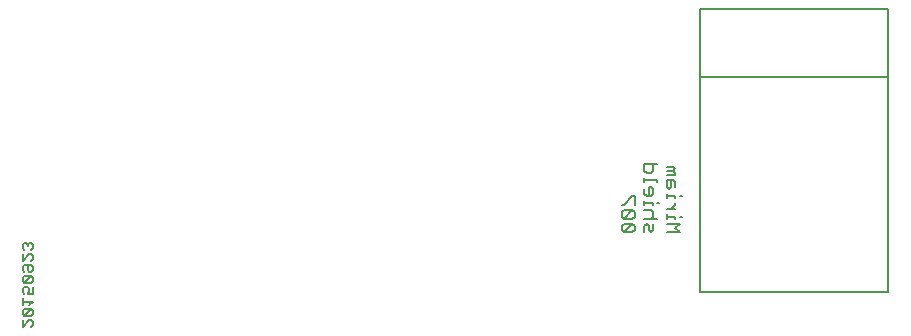
<source format=gbo>
G75*
%MOIN*%
%OFA0B0*%
%FSLAX25Y25*%
%IPPOS*%
%LPD*%
%AMOC8*
5,1,8,0,0,1.08239X$1,22.5*
%
%ADD10C,0.00800*%
%ADD11C,0.00600*%
%ADD12C,0.00500*%
D10*
X0258304Y0113262D02*
X0259005Y0112561D01*
X0261807Y0115364D01*
X0259005Y0115364D01*
X0258304Y0114663D01*
X0258304Y0113262D01*
X0259005Y0112561D02*
X0261807Y0112561D01*
X0262508Y0113262D01*
X0262508Y0114663D01*
X0261807Y0115364D01*
X0261807Y0117165D02*
X0259005Y0117165D01*
X0261807Y0119968D01*
X0259005Y0119968D01*
X0258304Y0119267D01*
X0258304Y0117866D01*
X0259005Y0117165D01*
X0261807Y0117165D02*
X0262508Y0117866D01*
X0262508Y0119267D01*
X0261807Y0119968D01*
X0262508Y0121769D02*
X0262508Y0124572D01*
X0261807Y0124572D01*
X0259005Y0121769D01*
X0258304Y0121769D01*
X0265804Y0121769D02*
X0265804Y0123170D01*
X0265804Y0122470D02*
X0268606Y0122470D01*
X0268606Y0121769D01*
X0270008Y0122470D02*
X0270708Y0122470D01*
X0273304Y0124071D02*
X0273304Y0125472D01*
X0273304Y0124772D02*
X0276106Y0124772D01*
X0276106Y0124071D01*
X0277508Y0124772D02*
X0278208Y0124772D01*
X0276106Y0122336D02*
X0276106Y0121636D01*
X0274705Y0120235D01*
X0273304Y0120235D02*
X0276106Y0120235D01*
X0276106Y0117866D02*
X0273304Y0117866D01*
X0273304Y0117165D02*
X0273304Y0118567D01*
X0276106Y0117866D02*
X0276106Y0117165D01*
X0277508Y0117866D02*
X0278208Y0117866D01*
X0277508Y0115364D02*
X0273304Y0115364D01*
X0276106Y0113963D02*
X0277508Y0115364D01*
X0276106Y0113963D02*
X0277508Y0112561D01*
X0273304Y0112561D01*
X0268606Y0113262D02*
X0268606Y0115364D01*
X0267205Y0114663D02*
X0267205Y0113262D01*
X0267906Y0112561D01*
X0268606Y0113262D01*
X0267205Y0114663D02*
X0266505Y0115364D01*
X0265804Y0114663D01*
X0265804Y0112561D01*
X0265804Y0117165D02*
X0270008Y0117165D01*
X0268606Y0117866D02*
X0268606Y0119267D01*
X0267906Y0119968D01*
X0265804Y0119968D01*
X0268606Y0117866D02*
X0267906Y0117165D01*
X0267906Y0124839D02*
X0266505Y0124839D01*
X0265804Y0125539D01*
X0265804Y0126940D01*
X0267205Y0127641D02*
X0267205Y0124839D01*
X0267906Y0124839D02*
X0268606Y0125539D01*
X0268606Y0126940D01*
X0267906Y0127641D01*
X0267205Y0127641D01*
X0265804Y0129442D02*
X0265804Y0130844D01*
X0265804Y0130143D02*
X0270008Y0130143D01*
X0270008Y0129442D01*
X0273304Y0129943D02*
X0273304Y0127841D01*
X0274005Y0127141D01*
X0274705Y0127841D01*
X0274705Y0129943D01*
X0275406Y0129943D02*
X0273304Y0129943D01*
X0273304Y0131744D02*
X0276106Y0131744D01*
X0276106Y0132445D01*
X0275406Y0133146D01*
X0276106Y0133846D01*
X0275406Y0134547D01*
X0273304Y0134547D01*
X0273304Y0133146D02*
X0275406Y0133146D01*
X0270008Y0135314D02*
X0265804Y0135314D01*
X0265804Y0133212D01*
X0266505Y0132512D01*
X0267906Y0132512D01*
X0268606Y0133212D01*
X0268606Y0135314D01*
X0275406Y0129943D02*
X0276106Y0129242D01*
X0276106Y0127841D01*
D11*
X0060800Y0083287D02*
X0058531Y0081018D01*
X0058531Y0083287D01*
X0059099Y0084701D02*
X0061367Y0086970D01*
X0059099Y0086970D01*
X0058531Y0086403D01*
X0058531Y0085268D01*
X0059099Y0084701D01*
X0061367Y0084701D01*
X0061934Y0085268D01*
X0061934Y0086403D01*
X0061367Y0086970D01*
X0060800Y0088384D02*
X0061934Y0089519D01*
X0058531Y0089519D01*
X0058531Y0090653D02*
X0058531Y0088384D01*
X0059099Y0092068D02*
X0058531Y0092635D01*
X0058531Y0093769D01*
X0059099Y0094336D01*
X0060233Y0094336D01*
X0060800Y0093769D01*
X0060800Y0093202D01*
X0060233Y0092068D01*
X0061934Y0092068D01*
X0061934Y0094336D01*
X0061367Y0095751D02*
X0061934Y0096318D01*
X0061934Y0097452D01*
X0061367Y0098019D01*
X0059099Y0095751D01*
X0058531Y0096318D01*
X0058531Y0097452D01*
X0059099Y0098019D01*
X0061367Y0098019D01*
X0061367Y0099434D02*
X0060800Y0099434D01*
X0060233Y0100001D01*
X0060233Y0101702D01*
X0061367Y0101702D02*
X0061934Y0101135D01*
X0061934Y0100001D01*
X0061367Y0099434D01*
X0059099Y0099434D02*
X0058531Y0100001D01*
X0058531Y0101135D01*
X0059099Y0101702D01*
X0061367Y0101702D01*
X0061367Y0103117D02*
X0061934Y0103684D01*
X0061934Y0104818D01*
X0061367Y0105386D01*
X0060800Y0105386D01*
X0058531Y0103117D01*
X0058531Y0105386D01*
X0059099Y0106800D02*
X0058531Y0107367D01*
X0058531Y0108502D01*
X0059099Y0109069D01*
X0059666Y0109069D01*
X0060233Y0108502D01*
X0060233Y0107934D01*
X0060233Y0108502D02*
X0060800Y0109069D01*
X0061367Y0109069D01*
X0061934Y0108502D01*
X0061934Y0107367D01*
X0061367Y0106800D01*
X0061367Y0095751D02*
X0059099Y0095751D01*
X0060800Y0083287D02*
X0061367Y0083287D01*
X0061934Y0082720D01*
X0061934Y0081585D01*
X0061367Y0081018D01*
D12*
X0284169Y0092617D02*
X0284169Y0164271D01*
X0347161Y0164271D01*
X0347161Y0092617D01*
X0284169Y0092617D01*
X0284169Y0164271D02*
X0284169Y0187106D01*
X0347161Y0187106D01*
X0347161Y0164271D01*
M02*

</source>
